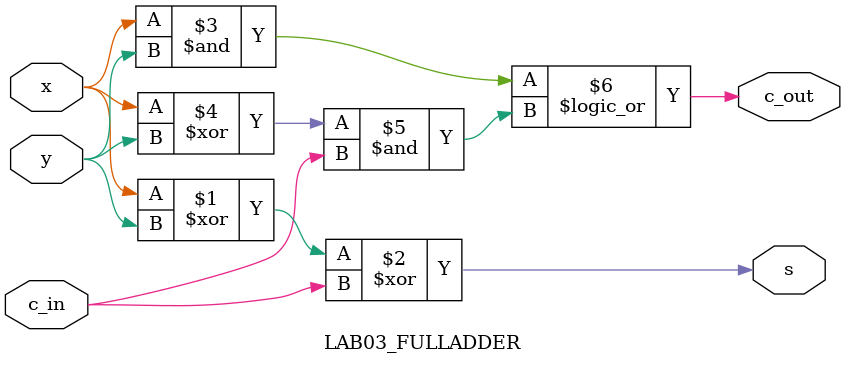
<source format=v>
module LAB03_ADDSUB_4BIT(
	a,b,sel,c_out,sum
);
	input [3:0]a;
	input [3:0]b;
	input sel;
	output [3:0]sum;
	output c_out;
	
	wire [3:0] cmpl;
	assign cmpl=a^{4{sel}};

	LAB03_ADDER_4BIT U1 (cmpl,b,sel,c_out,sum);
endmodule


module LAB03_ADDER_4BIT(
	a,b,c_in,c_out,sum
);
	input [3:0]a;
	input [3:0]b;
	input c_in;
	output [3:0]sum;
	output c_out;
	wire c1, c2, c3;
	LAB03_FULLADDER f0(a[0],b[0],c_in,sum[0],c1);
	LAB03_FULLADDER f1(a[1],b[1],c1,sum[1],c2);
	LAB03_FULLADDER f2(a[2],b[2],c2,sum[2],c3);
	LAB03_FULLADDER f3(a[3],b[3],c3,sum[3],c_out);
	
endmodule

module LAB03_FULLADDER(
	x,y,c_in,s,c_out
);
	input x,y,c_in;
	output s,c_out;
	
	assign s = x^y^c_in;
	assign c_out = (x&y)||((x^y)&c_in);
endmodule
</source>
